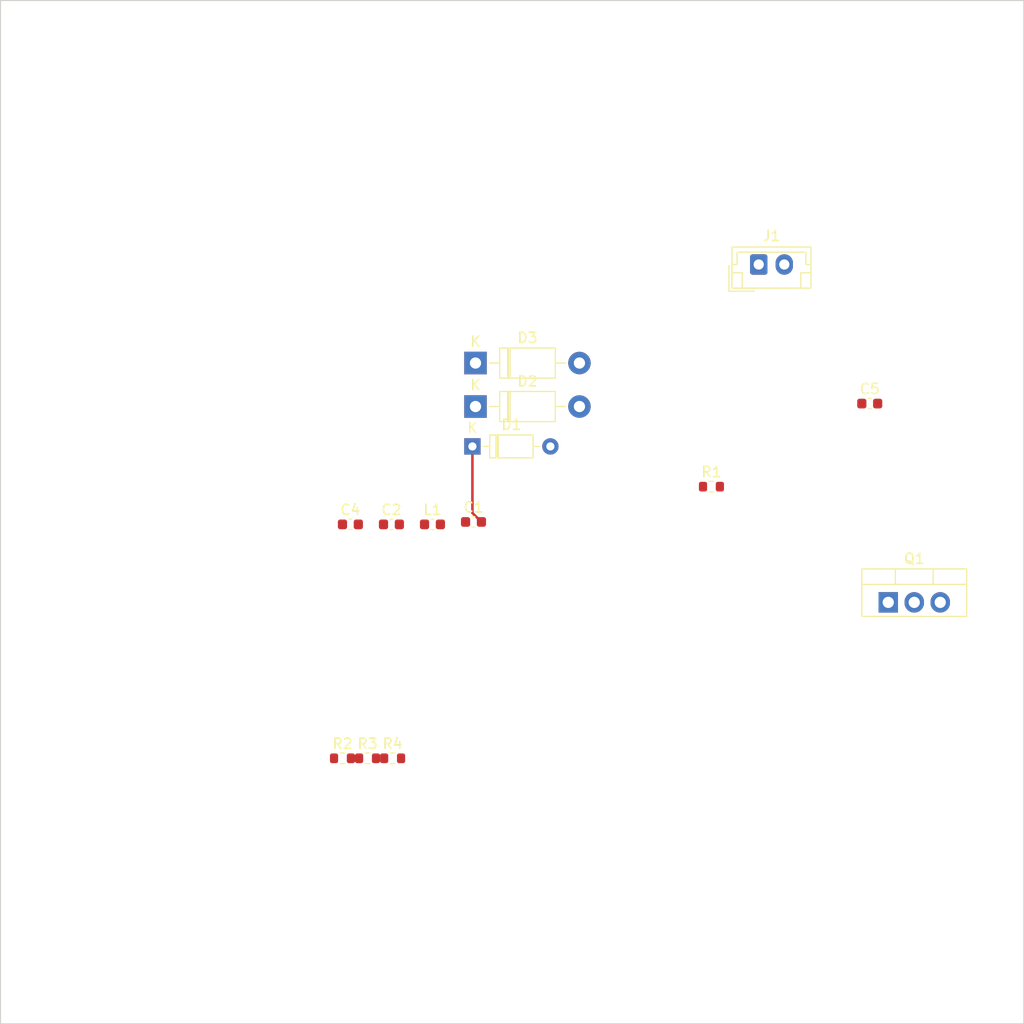
<source format=kicad_pcb>
(kicad_pcb (version 20211014) (generator pcbnew)
  (layers (0 "F.Cu" signal) (31 "B.Cu" signal) (34 "B.Paste" user) (35 "F.Paste" user) (36 "B.SilkS" user "B.Silkscreen") (37 "F.SilkS" user "F.Silkscreen") (38 "B.Mask" user) (39 "F.Mask" user) (44 "Edge.Cuts" user))
  (net 0 "")
  (net 1 "Net-(1-Pad1)")
  (net 2 "Net-(1-Pad2)")
  (net 3 "Net-(1-Pad8)")
  (net 4 "GND")
  (net 5 "Net-(1-Pad6)")
  (net 6 "Net-(C4-Pad2)")
  (net 7 "Net-(C5-Pad1)")
  (net 8 "Net-(1-Pad7)")
  (net 9 "Net-(1-Pad4)")
  (net 10 "Net-(D3-Pad2)")
  (net 12 "Net-(Q1-Pad3)")
  (footprint "Diode_THT:D_DO-35_SOD27_P7.62mm_Horizontal" (layer "F.Cu") (at 71.12 68.58)
    (fp_text reference "D1" (at 3.81 -2.12) (layer "F.SilkS"))
    (fp_text value "1N914")
    (fp_text user "K" (at 0 -1.8) (layer "F.SilkS"))
    (fp_line (start 2.53 -1.12) (end 2.53 1.12) (layer "F.SilkS") (width 0.12))
    (fp_line (start 1.69 -1.12) (end 1.69 1.12) (layer "F.SilkS") (width 0.12))
    (fp_line (start 5.93 1.12) (end 5.93 -1.12) (layer "F.SilkS") (width 0.12))
    (fp_line (start 2.29 -1.12) (end 2.29 1.12) (layer "F.SilkS") (width 0.12))
    (fp_line (start 1.04 0) (end 1.69 0) (layer "F.SilkS") (width 0.12))
    (fp_line (start 5.93 -1.12) (end 1.69 -1.12) (layer "F.SilkS") (width 0.12))
    (fp_line (start 2.41 -1.12) (end 2.41 1.12) (layer "F.SilkS") (width 0.12))
    (fp_line (start 1.69 1.12) (end 5.93 1.12) (layer "F.SilkS") (width 0.12))
    (fp_line (start 6.58 0) (end 5.93 0) (layer "F.SilkS") (width 0.12))
    (pad "1" thru_hole rect (at 0 0) (size 1.6 1.6) (drill 0.8) (layers *.Cu *.Mask) (net 2 "Net-(1-Pad2)"))
    (pad "2" thru_hole oval (at 7.62 0) (size 1.6 1.6) (drill 0.8) (layers *.Cu *.Mask) (net 9 "Net-(1-Pad4)"))
  )
  (footprint "Resistor_SMD:R_0603_1608Metric" (layer "F.Cu") (at 63.32 99.06)
    (fp_text reference "R4" (at 0 -1.43) (layer "F.SilkS"))
    (fp_text value "11k")
    (fp_line (start -0.237258 0.5225) (end 0.237258 0.5225) (layer "F.SilkS") (width 0.12))
    (fp_line (start -0.237258 -0.5225) (end 0.237258 -0.5225) (layer "F.SilkS") (width 0.12))
    (pad "1" smd roundrect (at -0.825 0) (size 0.8 0.95) (layers "F.Cu" "F.Paste" "F.Mask") (net 12 "Net-(Q1-Pad3)"))
    (pad "2" smd roundrect (at 0.825 0) (size 0.8 0.95) (layers "F.Cu" "F.Paste" "F.Mask") (net 8 "Net-(1-Pad7)"))
  )
  (footprint "Resistor_SMD:R_0603_1608Metric" (layer "F.Cu") (at 60.87 99.06)
    (fp_text reference "R3" (at 0 -1.43) (layer "F.SilkS"))
    (fp_text value "100")
    (fp_line (start -0.237258 0.5225) (end 0.237258 0.5225) (layer "F.SilkS") (width 0.12))
    (fp_line (start -0.237258 -0.5225) (end 0.237258 -0.5225) (layer "F.SilkS") (width 0.12))
    (pad "1" smd roundrect (at -0.825 0) (size 0.8 0.95) (layers "F.Cu" "F.Paste" "F.Mask") (net 8 "Net-(1-Pad7)"))
    (pad "2" smd roundrect (at 0.825 0) (size 0.8 0.95) (layers "F.Cu" "F.Paste" "F.Mask") (net 4 "GND"))
  )
  (footprint "Capacitor_SMD:C_0603_1608Metric" (layer "F.Cu") (at 71.225 75.96)
    (fp_text reference "C1" (at 0 -1.43) (layer "F.SilkS"))
    (fp_text value "0.22u")
    (fp_line (start -0.14058 -0.51) (end 0.14058 -0.51) (layer "F.SilkS") (width 0.12))
    (fp_line (start -0.14058 0.51) (end 0.14058 0.51) (layer "F.SilkS") (width 0.12))
    (pad "1" smd roundrect (at -0.775 0) (size 0.9 0.95) (layers "F.Cu" "F.Paste" "F.Mask") (net 1 "Net-(1-Pad1)"))
    (pad "2" smd roundrect (at 0.775 0) (size 0.9 0.95) (layers "F.Cu" "F.Paste" "F.Mask") (net 2 "Net-(1-Pad2)"))
  )
  (footprint "Package_TO_SOT_THT:TO-220-3_Vertical" (layer "F.Cu") (at 111.76 83.82)
    (fp_text reference "Q1" (at 2.54 -4.27) (layer "F.SilkS"))
    (fp_text value "VNP10N07")
    (fp_line (start -2.58 -3.27) (end 7.66 -3.27) (layer "F.SilkS") (width 0.12))
    (fp_line (start -2.58 -3.27) (end -2.58 1.371) (layer "F.SilkS") (width 0.12))
    (fp_line (start -2.58 -1.76) (end 7.66 -1.76) (layer "F.SilkS") (width 0.12))
    (fp_line (start 7.66 -3.27) (end 7.66 1.371) (layer "F.SilkS") (width 0.12))
    (fp_line (start -2.58 1.371) (end 7.66 1.371) (layer "F.SilkS") (width 0.12))
    (fp_line (start 4.391 -3.27) (end 4.391 -1.76) (layer "F.SilkS") (width 0.12))
    (fp_line (start 0.69 -3.27) (end 0.69 -1.76) (layer "F.SilkS") (width 0.12))
    (pad "1" thru_hole rect (at 0 0) (size 1.905 2) (drill 1.1) (layers *.Cu *.Mask))
    (pad "2" thru_hole oval (at 2.54 0) (size 1.905 2) (drill 1.1) (layers *.Cu *.Mask) (net 4 "GND"))
    (pad "3" thru_hole oval (at 5.08 0) (size 1.905 2) (drill 1.1) (layers *.Cu *.Mask) (net 12 "Net-(Q1-Pad3)"))
  )
  (footprint "Connector_JST:JST_EH_B2B-EH-A_1x02_P2.50mm_Vertical" (layer "F.Cu") (at 99.1 50.8)
    (fp_text reference "J1" (at 1.25 -2.8) (layer "F.SilkS"))
    (fp_text value "Conn_01x02_Female")
    (fp_line (start -2.61 0.81) (end -1.61 0.81) (layer "F.SilkS") (width 0.12))
    (fp_line (start 4.11 0.81) (end 4.11 2.31) (layer "F.SilkS") (width 0.12))
    (fp_line (start -2.91 2.61) (end -0.41 2.61) (layer "F.SilkS") (width 0.12))
    (fp_line (start -2.11 -1.21) (end 4.61 -1.21) (layer "F.SilkS") (width 0.12))
    (fp_line (start -2.11 0) (end -2.11 -1.21) (layer "F.SilkS") (width 0.12))
    (fp_line (start 5.11 2.31) (end 5.11 -1.71) (layer "F.SilkS") (width 0.12))
    (fp_line (start -2.61 -1.71) (end -2.61 2.31) (layer "F.SilkS") (width 0.12))
    (fp_line (start 4.61 0) (end 5.11 0) (layer "F.SilkS") (width 0.12))
    (fp_line (start 4.61 -1.21) (end 4.61 0) (layer "F.SilkS") (width 0.12))
    (fp_line (start -1.61 0.81) (end -1.61 2.31) (layer "F.SilkS") (width 0.12))
    (fp_line (start -2.91 0.11) (end -2.91 2.61) (layer "F.SilkS") (width 0.12))
    (fp_line (start 5.11 0.81) (end 4.11 0.81) (layer "F.SilkS") (width 0.12))
    (fp_line (start -2.61 0) (end -2.11 0) (layer "F.SilkS") (width 0.12))
    (fp_line (start -2.61 2.31) (end 5.11 2.31) (layer "F.SilkS") (width 0.12))
    (fp_line (start 5.11 -1.71) (end -2.61 -1.71) (layer "F.SilkS") (width 0.12))
    (pad "1" thru_hole roundrect (at 0 0) (size 1.7 2) (drill 1) (layers *.Cu *.Mask) (roundrect_rratio 0.147059) (net 10 "Net-(D3-Pad2)"))
    (pad "2" thru_hole oval (at 2.5 0) (size 1.7 2) (drill 1) (layers *.Cu *.Mask) (net 4 "GND"))
  )
  (footprint "Diode_THT:D_DO-41_SOD81_P10.16mm_Horizontal" (layer "F.Cu") (at 71.42 64.68)
    (fp_text reference "D2" (at 5.08 -2.47) (layer "F.SilkS"))
    (fp_text value "1N5819")
    (fp_text user "K" (at 0 -2.1) (layer "F.SilkS"))
    (fp_line (start 3.14 -1.47) (end 3.14 1.47) (layer "F.SilkS") (width 0.12))
    (fp_line (start 1.34 0) (end 2.36 0) (layer "F.SilkS") (width 0.12))
    (fp_line (start 7.8 1.47) (end 7.8 -1.47) (layer "F.SilkS") (width 0.12))
    (fp_line (start 3.26 -1.47) (end 3.26 1.47) (layer "F.SilkS") (width 0.12))
    (fp_line (start 2.36 -1.47) (end 2.36 1.47) (layer "F.SilkS") (width 0.12))
    (fp_line (start 2.36 1.47) (end 7.8 1.47) (layer "F.SilkS") (width 0.12))
    (fp_line (start 8.82 0) (end 7.8 0) (layer "F.SilkS") (width 0.12))
    (fp_line (start 7.8 -1.47) (end 2.36 -1.47) (layer "F.SilkS") (width 0.12))
    (fp_line (start 3.38 -1.47) (end 3.38 1.47) (layer "F.SilkS") (width 0.12))
    (pad "1" thru_hole rect (at 0 0) (size 2.2 2.2) (drill 1.1) (layers *.Cu *.Mask) (net 1 "Net-(1-Pad1)"))
    (pad "2" thru_hole oval (at 10.16 0) (size 2.2 2.2) (drill 1.1) (layers *.Cu *.Mask) (net 4 "GND"))
  )
  (footprint "Resistor_SMD:R_0603_1608Metric" (layer "F.Cu") (at 58.42 99.06)
    (fp_text reference "R2" (at 0 -1.43) (layer "F.SilkS"))
    (fp_text value "300")
    (fp_line (start -0.237258 -0.5225) (end 0.237258 -0.5225) (layer "F.SilkS") (width 0.12))
    (fp_line (start -0.237258 0.5225) (end 0.237258 0.5225) (layer "F.SilkS") (width 0.12))
    (pad "1" smd roundrect (at -0.825 0) (size 0.8 0.95) (layers "F.Cu" "F.Paste" "F.Mask") (net 7 "Net-(C5-Pad1)"))
    (pad "2" smd roundrect (at 0.825 0) (size 0.8 0.95) (layers "F.Cu" "F.Paste" "F.Mask") (net 4 "GND"))
  )
  (footprint "Diode_THT:D_DO-41_SOD81_P10.16mm_Horizontal" (layer "F.Cu") (at 71.42 60.43)
    (fp_text reference "D3" (at 5.08 -2.47) (layer "F.SilkS"))
    (fp_text value "1N5819")
    (fp_text user "K" (at 0 -2.1) (layer "F.SilkS"))
    (fp_line (start 3.26 -1.47) (end 3.26 1.47) (layer "F.SilkS") (width 0.12))
    (fp_line (start 3.38 -1.47) (end 3.38 1.47) (layer "F.SilkS") (width 0.12))
    (fp_line (start 7.8 1.47) (end 7.8 -1.47) (layer "F.SilkS") (width 0.12))
    (fp_line (start 2.36 1.47) (end 7.8 1.47) (layer "F.SilkS") (width 0.12))
    (fp_line (start 3.14 -1.47) (end 3.14 1.47) (layer "F.SilkS") (width 0.12))
    (fp_line (start 2.36 -1.47) (end 2.36 1.47) (layer "F.SilkS") (width 0.12))
    (fp_line (start 1.34 0) (end 2.36 0) (layer "F.SilkS") (width 0.12))
    (fp_line (start 8.82 0) (end 7.8 0) (layer "F.SilkS") (width 0.12))
    (fp_line (start 7.8 -1.47) (end 2.36 -1.47) (layer "F.SilkS") (width 0.12))
    (pad "1" thru_hole rect (at 0 0) (size 2.2 2.2) (drill 1.1) (layers *.Cu *.Mask) (net 3 "Net-(1-Pad8)"))
    (pad "2" thru_hole oval (at 10.16 0) (size 2.2 2.2) (drill 1.1) (layers *.Cu *.Mask) (net 10 "Net-(D3-Pad2)"))
  )
  (footprint "Capacitor_SMD:C_0603_1608Metric" (layer "F.Cu") (at 63.205 76.2)
    (fp_text reference "C2" (at 0 -1.43) (layer "F.SilkS"))
    (fp_text value "10u")
    (fp_line (start -0.14058 -0.51) (end 0.14058 -0.51) (layer "F.SilkS") (width 0.12))
    (fp_line (start -0.14058 0.51) (end 0.14058 0.51) (layer "F.SilkS") (width 0.12))
    (pad "1" smd roundrect (at -0.775 0) (size 0.9 0.95) (layers "F.Cu" "F.Paste" "F.Mask") (net 3 "Net-(1-Pad8)"))
    (pad "2" smd roundrect (at 0.775 0) (size 0.9 0.95) (layers "F.Cu" "F.Paste" "F.Mask") (net 4 "GND"))
  )
  (footprint "Resistor_SMD:R_0603_1608Metric" (layer "F.Cu") (at 94.48 72.51)
    (fp_text reference "R1" (at 0 -1.43) (layer "F.SilkS"))
    (fp_text value "1k")
    (fp_line (start -0.237258 0.5225) (end 0.237258 0.5225) (layer "F.SilkS") (width 0.12))
    (fp_line (start -0.237258 -0.5225) (end 0.237258 -0.5225) (layer "F.SilkS") (width 0.12))
    (pad "1" smd roundrect (at -0.825 0) (size 0.8 0.95) (layers "F.Cu" "F.Paste" "F.Mask") (net 6 "Net-(C4-Pad2)"))
    (pad "2" smd roundrect (at 0.825 0) (size 0.8 0.95) (layers "F.Cu" "F.Paste" "F.Mask") (net 4 "GND"))
  )
  (footprint "Capacitor_SMD:C_0603_1608Metric" (layer "F.Cu") (at 109.95 64.39)
    (fp_text reference "C5" (at 0 -1.43) (layer "F.SilkS"))
    (fp_text value "1u")
    (fp_line (start -0.14058 -0.51) (end 0.14058 -0.51) (layer "F.SilkS") (width 0.12))
    (fp_line (start -0.14058 0.51) (end 0.14058 0.51) (layer "F.SilkS") (width 0.12))
    (pad "1" smd roundrect (at -0.775 0) (size 0.9 0.95) (layers "F.Cu" "F.Paste" "F.Mask") (net 7 "Net-(C5-Pad1)"))
    (pad "2" smd roundrect (at 0.775 0) (size 0.9 0.95) (layers "F.Cu" "F.Paste" "F.Mask") (net 8 "Net-(1-Pad7)"))
  )
  (footprint "Capacitor_SMD:C_0603_1608Metric" (layer "F.Cu") (at 59.195 76.2)
    (fp_text reference "C4" (at 0 -1.43) (layer "F.SilkS"))
    (fp_text value "0.1u")
    (fp_line (start -0.14058 0.51) (end 0.14058 0.51) (layer "F.SilkS") (width 0.12))
    (fp_line (start -0.14058 -0.51) (end 0.14058 -0.51) (layer "F.SilkS") (width 0.12))
    (pad "1" smd roundrect (at -0.775 0) (size 0.9 0.95) (layers "F.Cu" "F.Paste" "F.Mask") (net 5 "Net-(1-Pad6)"))
    (pad "2" smd roundrect (at 0.775 0) (size 0.9 0.95) (layers "F.Cu" "F.Paste" "F.Mask") (net 6 "Net-(C4-Pad2)"))
  )
  (footprint "Capacitor_SMD:C_0603_1608Metric" (layer "F.Cu") (at 67.215 76.2)
    (fp_text reference "L1" (at 0 -1.43) (layer "F.SilkS"))
    (fp_text value "33u")
    (fp_line (start -0.14058 -0.51) (end 0.14058 -0.51) (layer "F.SilkS") (width 0.12))
    (fp_line (start -0.14058 0.51) (end 0.14058 0.51) (layer "F.SilkS") (width 0.12))
    (pad "1" smd roundrect (at -0.775 0) (size 0.9 0.95) (layers "F.Cu" "F.Paste" "F.Mask") (net 9 "Net-(1-Pad4)"))
    (pad "2" smd roundrect (at 0.775 0) (size 0.9 0.95) (layers "F.Cu" "F.Paste" "F.Mask") (net 1 "Net-(1-Pad1)"))
  )
  (gr_rect (start 25 25) (end 125 125) (layer "Edge.Cuts") (width 0.1) (fill none))
  (segment (start 72 75.96) (end 71.12 75.08) (width 0.25) (layer "F.Cu") (net 2))
  (segment (start 71.12 75.08) (end 71.12 68.58) (width 0.25) (layer "F.Cu") (net 2))
)
</source>
